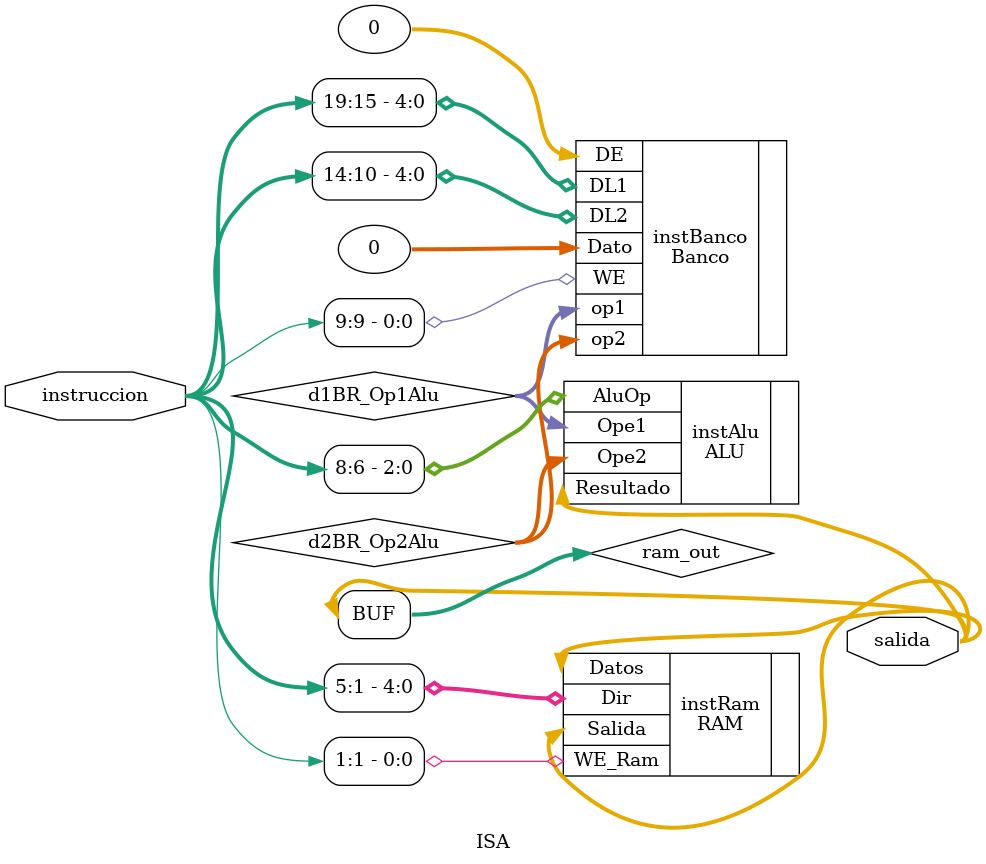
<source format=v>
`timescale 1ns/1ns

module ISA(
	input [19:0]instruccion,
	output [31:0]salida
);

wire [31:0] d1BR_Op1Alu;
wire [31:0] d2BR_Op2Alu;
wire [31:0] ram_out;


Banco instBanco(
	.DL1(instruccion [19:15]),
	.DL2(instruccion [14:10]),
	.DE(0),
	.Dato(0),
	.WE(instruccion[9]),
	.op1(d1BR_Op1Alu),
	.op2(d2BR_Op2Alu)
	);
	
ALU instAlu(
	.Ope1(d1BR_Op1Alu),
	.Ope2(d2BR_Op2Alu),
	.AluOp(instruccion[8:6]),
	.Resultado(ram_out)
);

RAM instRam(
	.Dir(instruccion[5:1]),
	.Datos(ram_out),
	.WE_Ram(instruccion[1]),
	.Salida(salida)
);

assign salida = ram_out;

endmodule
</source>
